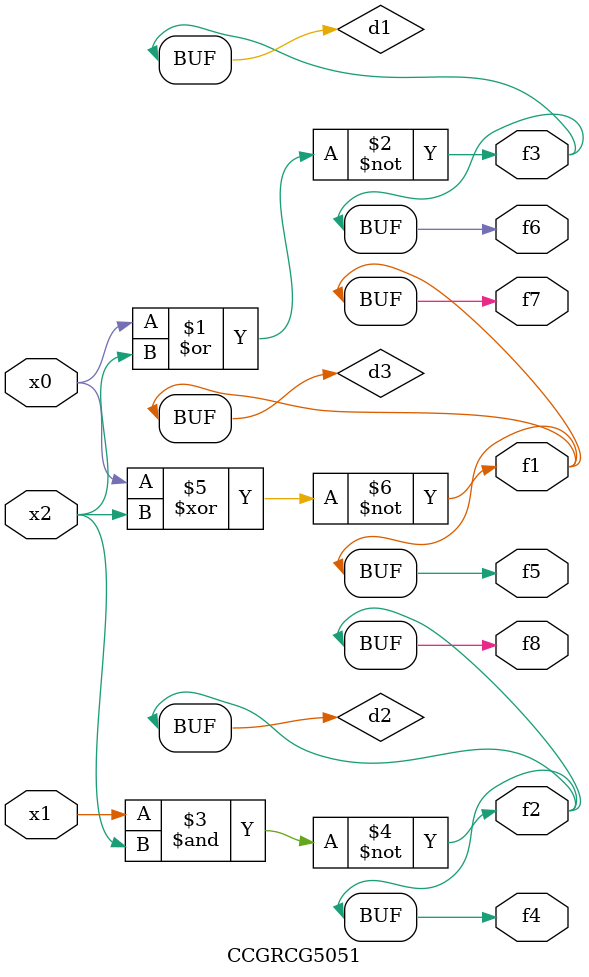
<source format=v>
module CCGRCG5051(
	input x0, x1, x2,
	output f1, f2, f3, f4, f5, f6, f7, f8
);

	wire d1, d2, d3;

	nor (d1, x0, x2);
	nand (d2, x1, x2);
	xnor (d3, x0, x2);
	assign f1 = d3;
	assign f2 = d2;
	assign f3 = d1;
	assign f4 = d2;
	assign f5 = d3;
	assign f6 = d1;
	assign f7 = d3;
	assign f8 = d2;
endmodule

</source>
